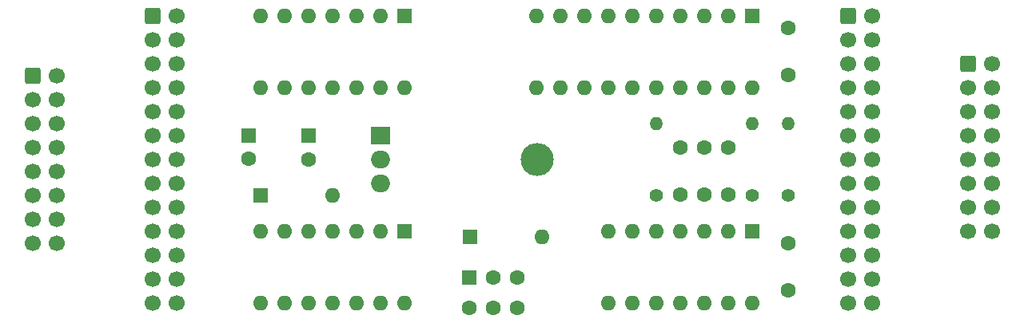
<source format=gbr>
%TF.GenerationSoftware,KiCad,Pcbnew,7.0.8-7.0.8~ubuntu23.04.1*%
%TF.CreationDate,2023-10-12T07:19:43+02:00*%
%TF.ProjectId,databoard_5048,64617461-626f-4617-9264-5f353034382e,rev?*%
%TF.SameCoordinates,Original*%
%TF.FileFunction,Soldermask,Bot*%
%TF.FilePolarity,Negative*%
%FSLAX46Y46*%
G04 Gerber Fmt 4.6, Leading zero omitted, Abs format (unit mm)*
G04 Created by KiCad (PCBNEW 7.0.8-7.0.8~ubuntu23.04.1) date 2023-10-12 07:19:43*
%MOMM*%
%LPD*%
G01*
G04 APERTURE LIST*
G04 Aperture macros list*
%AMRoundRect*
0 Rectangle with rounded corners*
0 $1 Rounding radius*
0 $2 $3 $4 $5 $6 $7 $8 $9 X,Y pos of 4 corners*
0 Add a 4 corners polygon primitive as box body*
4,1,4,$2,$3,$4,$5,$6,$7,$8,$9,$2,$3,0*
0 Add four circle primitives for the rounded corners*
1,1,$1+$1,$2,$3*
1,1,$1+$1,$4,$5*
1,1,$1+$1,$6,$7*
1,1,$1+$1,$8,$9*
0 Add four rect primitives between the rounded corners*
20,1,$1+$1,$2,$3,$4,$5,0*
20,1,$1+$1,$4,$5,$6,$7,0*
20,1,$1+$1,$6,$7,$8,$9,0*
20,1,$1+$1,$8,$9,$2,$3,0*%
G04 Aperture macros list end*
%ADD10R,1.600000X1.600000*%
%ADD11C,1.600000*%
%ADD12O,3.500000X3.500000*%
%ADD13R,2.000000X1.905000*%
%ADD14O,2.000000X1.905000*%
%ADD15O,1.600000X1.600000*%
%ADD16C,1.400000*%
%ADD17O,1.400000X1.400000*%
%ADD18RoundRect,0.250000X-0.600000X-0.600000X0.600000X-0.600000X0.600000X0.600000X-0.600000X0.600000X0*%
%ADD19C,1.700000*%
G04 APERTURE END LIST*
D10*
%TO.C,C1*%
X71120000Y-83820000D03*
D11*
X71120000Y-86320000D03*
%TD*%
D12*
%TO.C,U1*%
X101750000Y-86360000D03*
D13*
X85090000Y-83820000D03*
D14*
X85090000Y-86360000D03*
X85090000Y-88900000D03*
%TD*%
D10*
%TO.C,U5*%
X124460000Y-71120000D03*
D15*
X121920000Y-71120000D03*
X119380000Y-71120000D03*
X116840000Y-71120000D03*
X114300000Y-71120000D03*
X111760000Y-71120000D03*
X109220000Y-71120000D03*
X106680000Y-71120000D03*
X104140000Y-71120000D03*
X101600000Y-71120000D03*
X101600000Y-78740000D03*
X104140000Y-78740000D03*
X106680000Y-78740000D03*
X109220000Y-78740000D03*
X111760000Y-78740000D03*
X114300000Y-78740000D03*
X116840000Y-78740000D03*
X119380000Y-78740000D03*
X121920000Y-78740000D03*
X124460000Y-78740000D03*
%TD*%
D10*
%TO.C,D2*%
X72390000Y-90170000D03*
D15*
X80010000Y-90170000D03*
%TD*%
D16*
%TO.C,R2*%
X114300000Y-90170000D03*
D17*
X114300000Y-82550000D03*
%TD*%
D10*
%TO.C,SW1*%
X94568000Y-98908000D03*
D11*
X97068000Y-98908000D03*
X99568000Y-98908000D03*
X94568000Y-102108000D03*
X97068000Y-102108000D03*
X99568000Y-102108000D03*
%TD*%
D16*
%TO.C,R1*%
X128270000Y-90170000D03*
D17*
X128270000Y-82550000D03*
%TD*%
D18*
%TO.C,J2*%
X48260000Y-77470000D03*
D19*
X50800000Y-77470000D03*
X48260000Y-80010000D03*
X50800000Y-80010000D03*
X48260000Y-82550000D03*
X50800000Y-82550000D03*
X48260000Y-85090000D03*
X50800000Y-85090000D03*
X48260000Y-87630000D03*
X50800000Y-87630000D03*
X48260000Y-90170000D03*
X50800000Y-90170000D03*
X48260000Y-92710000D03*
X50800000Y-92710000D03*
X48260000Y-95250000D03*
X50800000Y-95250000D03*
%TD*%
D11*
%TO.C,C7*%
X121920000Y-90130000D03*
X121920000Y-85130000D03*
%TD*%
D18*
%TO.C,J4*%
X147320000Y-76200000D03*
D19*
X149860000Y-76200000D03*
X147320000Y-78740000D03*
X149860000Y-78740000D03*
X147320000Y-81280000D03*
X149860000Y-81280000D03*
X147320000Y-83820000D03*
X149860000Y-83820000D03*
X147320000Y-86360000D03*
X149860000Y-86360000D03*
X147320000Y-88900000D03*
X149860000Y-88900000D03*
X147320000Y-91440000D03*
X149860000Y-91440000D03*
X147320000Y-93980000D03*
X149860000Y-93980000D03*
%TD*%
D16*
%TO.C,R3*%
X124460000Y-90170000D03*
D17*
X124460000Y-82550000D03*
%TD*%
D10*
%TO.C,U3*%
X124460000Y-93980000D03*
D15*
X121920000Y-93980000D03*
X119380000Y-93980000D03*
X116840000Y-93980000D03*
X114300000Y-93980000D03*
X111760000Y-93980000D03*
X109220000Y-93980000D03*
X109220000Y-101600000D03*
X111760000Y-101600000D03*
X114300000Y-101600000D03*
X116840000Y-101600000D03*
X119380000Y-101600000D03*
X121920000Y-101600000D03*
X124460000Y-101600000D03*
%TD*%
D10*
%TO.C,U2*%
X87635000Y-71130000D03*
D15*
X85095000Y-71130000D03*
X82555000Y-71130000D03*
X80015000Y-71130000D03*
X77475000Y-71130000D03*
X74935000Y-71130000D03*
X72395000Y-71130000D03*
X72395000Y-78750000D03*
X74935000Y-78750000D03*
X77475000Y-78750000D03*
X80015000Y-78750000D03*
X82555000Y-78750000D03*
X85095000Y-78750000D03*
X87635000Y-78750000D03*
%TD*%
D18*
%TO.C,J3*%
X134620000Y-71120000D03*
D19*
X137160000Y-71120000D03*
X134620000Y-73660000D03*
X137160000Y-73660000D03*
X134620000Y-76200000D03*
X137160000Y-76200000D03*
X134620000Y-78740000D03*
X137160000Y-78740000D03*
X134620000Y-81280000D03*
X137160000Y-81280000D03*
X134620000Y-83820000D03*
X137160000Y-83820000D03*
X134620000Y-86360000D03*
X137160000Y-86360000D03*
X134620000Y-88900000D03*
X137160000Y-88900000D03*
X134620000Y-91440000D03*
X137160000Y-91440000D03*
X134620000Y-93980000D03*
X137160000Y-93980000D03*
X134620000Y-96520000D03*
X137160000Y-96520000D03*
X134620000Y-99060000D03*
X137160000Y-99060000D03*
X134620000Y-101600000D03*
X137160000Y-101600000D03*
%TD*%
D10*
%TO.C,C2*%
X77470000Y-83860000D03*
D11*
X77470000Y-86360000D03*
%TD*%
D18*
%TO.C,J1*%
X60960000Y-71120000D03*
D19*
X63500000Y-71120000D03*
X60960000Y-73660000D03*
X63500000Y-73660000D03*
X60960000Y-76200000D03*
X63500000Y-76200000D03*
X60960000Y-78740000D03*
X63500000Y-78740000D03*
X60960000Y-81280000D03*
X63500000Y-81280000D03*
X60960000Y-83820000D03*
X63500000Y-83820000D03*
X60960000Y-86360000D03*
X63500000Y-86360000D03*
X60960000Y-88900000D03*
X63500000Y-88900000D03*
X60960000Y-91440000D03*
X63500000Y-91440000D03*
X60960000Y-93980000D03*
X63500000Y-93980000D03*
X60960000Y-96520000D03*
X63500000Y-96520000D03*
X60960000Y-99060000D03*
X63500000Y-99060000D03*
X60960000Y-101600000D03*
X63500000Y-101600000D03*
%TD*%
D11*
%TO.C,C5*%
X128270000Y-100290000D03*
X128270000Y-95290000D03*
%TD*%
%TO.C,C6*%
X119380000Y-90130000D03*
X119380000Y-85130000D03*
%TD*%
%TO.C,C3*%
X128270000Y-77390000D03*
X128270000Y-72390000D03*
%TD*%
%TO.C,C4*%
X116840000Y-90130000D03*
X116840000Y-85130000D03*
%TD*%
D10*
%TO.C,U4*%
X87630000Y-93980000D03*
D15*
X85090000Y-93980000D03*
X82550000Y-93980000D03*
X80010000Y-93980000D03*
X77470000Y-93980000D03*
X74930000Y-93980000D03*
X72390000Y-93980000D03*
X72390000Y-101600000D03*
X74930000Y-101600000D03*
X77470000Y-101600000D03*
X80010000Y-101600000D03*
X82550000Y-101600000D03*
X85090000Y-101600000D03*
X87630000Y-101600000D03*
%TD*%
D10*
%TO.C,D1*%
X94615000Y-94615000D03*
D15*
X102235000Y-94615000D03*
%TD*%
M02*

</source>
